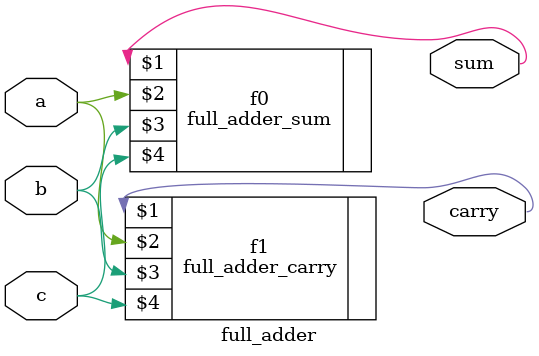
<source format=v>
`timescale 1ns / 1ps


module full_adder(input a, b, c, output sum, carry);

full_adder_sum   f0(sum, a, b, c);
full_adder_carry f1(carry, a, b, c);

endmodule

</source>
